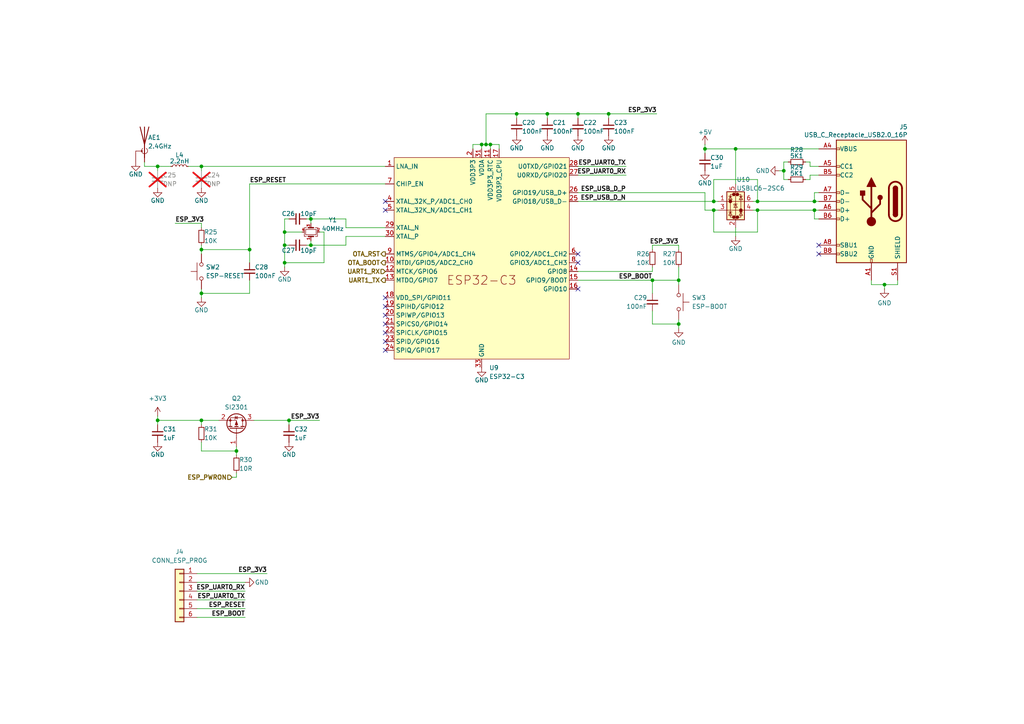
<source format=kicad_sch>
(kicad_sch (version 20231120) (generator "eeschema") (generator_version "8.0")
  (paper "A4")
  (lib_symbols
    (symbol "Connector:USB_C_Receptacle_USB2.0_16P" (pin_names (offset 1.016))
      (property "Reference" "J" (at 0 22.225 0))
      (property "Value" "USB_C_Receptacle_USB2.0_16P" (at 0 19.685 0))
      (symbol "USB_C_Receptacle_USB2.0_16P_0_0"
        (rectangle (start -0.254 -17.78) (end 0.254 -16.764))
        (rectangle (start 10.16 -14.986) (end 9.144 -15.494))
        (rectangle (start 10.16 -12.446) (end 9.144 -12.954))
        (rectangle (start 10.16 -4.826) (end 9.144 -5.334))
        (rectangle (start 10.16 -2.286) (end 9.144 -2.794))
        (rectangle (start 10.16 0.254) (end 9.144 -0.254))
        (rectangle (start 10.16 2.794) (end 9.144 2.286))
        (rectangle (start 10.16 7.874) (end 9.144 7.366))
        (rectangle (start 10.16 10.414) (end 9.144 9.906))
        (rectangle (start 10.16 15.494) (end 9.144 14.986))
      )
      (symbol "USB_C_Receptacle_USB2.0_16P_0_1"
        (rectangle (start -10.16 17.78) (end 10.16 -17.78) (stroke (width 0.254)) (fill (type background)))
        (arc (start -8.89 -3.81) (mid -6.985 -5.7067) (end -5.08 -3.81) (stroke (width 0.508)))
        (arc (start -7.62 -3.81) (mid -6.985 -4.4423) (end -6.35 -3.81) (stroke (width 0.254)))
        (arc (start -7.62 -3.81) (mid -6.985 -4.4423) (end -6.35 -3.81) (stroke (width 0.254)) (fill (type outline)))
        (rectangle (start -7.62 -3.81) (end -6.35 3.81) (stroke (width 0.254)) (fill (type outline)))
        (arc (start -6.35 3.81) (mid -6.985 4.4423) (end -7.62 3.81) (stroke (width 0.254)))
        (arc (start -6.35 3.81) (mid -6.985 4.4423) (end -7.62 3.81) (stroke (width 0.254)) (fill (type outline)))
        (arc (start -5.08 3.81) (mid -6.985 5.7067) (end -8.89 3.81) (stroke (width 0.508)))
        (circle (center -2.54 1.143) (radius 0.635) (stroke (width 0.254)) (fill (type outline)))
        (circle (center 0 -5.842) (radius 1.27) (fill (type outline)))
        (polyline (pts (xy -8.89 -3.81) (xy -8.89 3.81)) (stroke (width 0.508)))
        (polyline (pts (xy -5.08 3.81) (xy -5.08 -3.81)) (stroke (width 0.508)))
        (polyline (pts (xy 0 -5.842) (xy 0 4.318)) (stroke (width 0.508)))
        (polyline (pts (xy 0 -3.302) (xy -2.54 -0.762) (xy -2.54 0.508)) (stroke (width 0.508)))
        (polyline (pts (xy 0 -2.032) (xy 2.54 0.508) (xy 2.54 1.778)) (stroke (width 0.508)))
        (polyline (pts (xy -1.27 4.318) (xy 0 6.858) (xy 1.27 4.318) (xy -1.27 4.318)) (stroke (width 0.254)) (fill (type outline)))
        (rectangle (start 1.905 1.778) (end 3.175 3.048) (stroke (width 0.254)) (fill (type outline)))
      )
      (symbol "USB_C_Receptacle_USB2.0_16P_1_1"
        (pin passive line (at 0 -22.86 90) (length 5.08) (name "GND") (number "A1"))
        (pin passive line (at 0 -22.86 90) (length 5.08) hide (name "GND") (number "A12"))
        (pin passive line (at 15.24 15.24 180) (length 5.08) (name "VBUS") (number "A4"))
        (pin bidirectional line (at 15.24 10.16 180) (length 5.08) (name "CC1") (number "A5"))
        (pin bidirectional line (at 15.24 -2.54 180) (length 5.08) (name "D+") (number "A6"))
        (pin bidirectional line (at 15.24 2.54 180) (length 5.08) (name "D-") (number "A7"))
        (pin bidirectional line (at 15.24 -12.7 180) (length 5.08) (name "SBU1") (number "A8"))
        (pin passive line (at 15.24 15.24 180) (length 5.08) hide (name "VBUS") (number "A9"))
        (pin passive line (at 0 -22.86 90) (length 5.08) hide (name "GND") (number "B1"))
        (pin passive line (at 0 -22.86 90) (length 5.08) hide (name "GND") (number "B12"))
        (pin passive line (at 15.24 15.24 180) (length 5.08) hide (name "VBUS") (number "B4"))
        (pin bidirectional line (at 15.24 7.62 180) (length 5.08) (name "CC2") (number "B5"))
        (pin bidirectional line (at 15.24 -5.08 180) (length 5.08) (name "D+") (number "B6"))
        (pin bidirectional line (at 15.24 0 180) (length 5.08) (name "D-") (number "B7"))
        (pin bidirectional line (at 15.24 -15.24 180) (length 5.08) (name "SBU2") (number "B8"))
        (pin passive line (at 15.24 15.24 180) (length 5.08) hide (name "VBUS") (number "B9"))
        (pin passive line (at -7.62 -22.86 90) (length 5.08) (name "SHIELD") (number "S1"))
      )
    )
    (symbol "Connector_Generic:Conn_01x06" (pin_names (offset 1.016) hide)
      (property "Reference" "J" (at 0 7.62 0))
      (property "Value" "Conn_01x06" (at 0 -10.16 0))
      (symbol "Conn_01x06_1_1"
        (rectangle (start -1.27 -7.493) (end 0 -7.747) (stroke (width 0.1524)))
        (rectangle (start -1.27 -4.953) (end 0 -5.207) (stroke (width 0.1524)))
        (rectangle (start -1.27 -2.413) (end 0 -2.667) (stroke (width 0.1524)))
        (rectangle (start -1.27 0.127) (end 0 -0.127) (stroke (width 0.1524)))
        (rectangle (start -1.27 2.667) (end 0 2.413) (stroke (width 0.1524)))
        (rectangle (start -1.27 5.207) (end 0 4.953) (stroke (width 0.1524)))
        (rectangle (start -1.27 6.35) (end 1.27 -8.89) (stroke (width 0.254)) (fill (type background)))
        (pin passive line (at -5.08 5.08 0) (length 3.81) (name "Pin_1") (number "1"))
        (pin passive line (at -5.08 2.54 0) (length 3.81) (name "Pin_2") (number "2"))
        (pin passive line (at -5.08 0 0) (length 3.81) (name "Pin_3") (number "3"))
        (pin passive line (at -5.08 -2.54 0) (length 3.81) (name "Pin_4") (number "4"))
        (pin passive line (at -5.08 -5.08 0) (length 3.81) (name "Pin_5") (number "5"))
        (pin passive line (at -5.08 -7.62 0) (length 3.81) (name "Pin_6") (number "6"))
      )
    )
    (symbol "Device:Antenna_Shield" (pin_numbers hide) (pin_names (offset 1.016) hide)
      (property "Reference" "AE" (at -1.905 4.445 0))
      (property "Value" "Antenna_Shield" (at -1.905 2.54 0))
      (symbol "Antenna_Shield_0_1"
        (arc (start -0.508 -1.143) (mid -0.8429 -2.1194) (end 0 -2.667))
        (arc (start 0 -2.667) (mid 0.7989 -2.1052) (end 0.508 -1.143))
        (polyline (pts (xy 0 -2.54) (xy 0 0)))
        (polyline (pts (xy 0 5.08) (xy 0 -3.81)) (stroke (width 0.254)))
        (polyline (pts (xy 0.762 -1.905) (xy 2.54 -1.905)))
        (polyline (pts (xy 2.54 -2.54) (xy 2.54 -1.905)))
        (polyline (pts (xy 1.27 5.08) (xy 0 0) (xy -1.27 5.08)) (stroke (width 0.254)))
        (circle (center 0.762 -1.905) (radius 0.1778) (fill (type outline)))
      )
      (symbol "Antenna_Shield_1_1"
        (pin input line (at 0 -5.08 90) (length 2.54) (name "A") (number "1"))
        (pin input line (at 2.54 -5.08 90) (length 2.54) (name "Shield") (number "2"))
      )
    )
    (symbol "Device:C_Small" (pin_numbers hide) (pin_names (offset 0.254) hide)
      (property "Reference" "C" (at 0.254 1.778 0))
      (property "Value" "C_Small" (at 0.254 -2.032 0))
      (symbol "C_Small_0_1"
        (polyline (pts (xy -1.524 -0.508) (xy 1.524 -0.508)) (stroke (width 0.3302)))
        (polyline (pts (xy -1.524 0.508) (xy 1.524 0.508)) (stroke (width 0.3048)))
      )
      (symbol "C_Small_1_1"
        (pin passive line (at 0 2.54 270) (length 2.032) (name "~") (number "1"))
        (pin passive line (at 0 -2.54 90) (length 2.032) (name "~") (number "2"))
      )
    )
    (symbol "Device:Crystal_GND24_Small" (pin_names (offset 1.016) hide)
      (property "Reference" "Y" (at 1.27 4.445 0))
      (property "Value" "Crystal_GND24_Small" (at 1.27 2.54 0))
      (symbol "Crystal_GND24_Small_0_1"
        (rectangle (start -0.762 -1.524) (end 0.762 1.524))
        (polyline (pts (xy -1.27 -0.762) (xy -1.27 0.762)) (stroke (width 0.381)))
        (polyline (pts (xy 1.27 -0.762) (xy 1.27 0.762)) (stroke (width 0.381)))
        (polyline (pts (xy -1.27 -1.27) (xy -1.27 -1.905) (xy 1.27 -1.905) (xy 1.27 -1.27)))
        (polyline (pts (xy -1.27 1.27) (xy -1.27 1.905) (xy 1.27 1.905) (xy 1.27 1.27)))
      )
      (symbol "Crystal_GND24_Small_1_1"
        (pin passive line (at -2.54 0 0) (length 1.27) (name "1") (number "1"))
        (pin passive line (at 0 -2.54 90) (length 0.635) (name "2") (number "2"))
        (pin passive line (at 2.54 0 180) (length 1.27) (name "3") (number "3"))
        (pin passive line (at 0 2.54 270) (length 0.635) (name "4") (number "4"))
      )
    )
    (symbol "Device:L_Small" (pin_numbers hide) (pin_names (offset 0.254) hide)
      (property "Reference" "L" (at 0.762 1.016 0))
      (property "Value" "L_Small" (at 0.762 -1.016 0))
      (symbol "L_Small_0_1"
        (arc (start 0 -2.032) (mid 0.5058 -1.524) (end 0 -1.016))
        (arc (start 0 -1.016) (mid 0.5058 -0.508) (end 0 0))
        (arc (start 0 0) (mid 0.5058 0.508) (end 0 1.016))
        (arc (start 0 1.016) (mid 0.5058 1.524) (end 0 2.032))
      )
      (symbol "L_Small_1_1"
        (pin passive line (at 0 2.54 270) (length 0.508) (name "~") (number "1"))
        (pin passive line (at 0 -2.54 90) (length 0.508) (name "~") (number "2"))
      )
    )
    (symbol "Device:R_Small" (pin_numbers hide) (pin_names (offset 0.254) hide)
      (property "Reference" "R" (at 0.762 0.508 0))
      (property "Value" "R_Small" (at 0.762 -1.016 0))
      (symbol "R_Small_0_1"
        (rectangle (start -0.762 1.778) (end 0.762 -1.778) (stroke (width 0.2032)))
      )
      (symbol "R_Small_1_1"
        (pin passive line (at 0 2.54 270) (length 0.762) (name "~") (number "1"))
        (pin passive line (at 0 -2.54 90) (length 0.762) (name "~") (number "2"))
      )
    )
    (symbol "Libraries:ESP32-C3"
      (property "Reference" "U" (at -25.4 35.56 0))
      (property "Value" "ESP32-C3" (at -25.4 33.02 0))
      (symbol "ESP32-C3_0_0"
        (text "ESP32-C3" (at 0 -5.08 0) (effects (font (size 2.54 2.54))))
        (pin bidirectional line (at -27.94 27.94 0) (length 2.54) (name "LNA_IN") (number "1"))
        (pin bidirectional line (at -27.94 0 0) (length 2.54) (name "MTDI/GPIO5/ADC2_CH0") (number "10"))
        (pin power_in line (at 2.54 33.02 270) (length 2.54) (name "VDD3P3_RTC") (number "11"))
        (pin bidirectional line (at -27.94 -2.54 0) (length 2.54) (name "MTCK/GPIO6") (number "12"))
        (pin bidirectional line (at -27.94 -5.08 0) (length 2.54) (name "MTDO/GPIO7") (number "13"))
        (pin bidirectional line (at 27.94 -2.54 180) (length 2.54) (name "GPIO8") (number "14"))
        (pin bidirectional line (at 27.94 -5.08 180) (length 2.54) (name "GPIO9/BOOT") (number "15"))
        (pin bidirectional line (at 27.94 -7.62 180) (length 2.54) (name "GPIO10") (number "16"))
        (pin power_in line (at 5.08 33.02 270) (length 2.54) (name "VDD3P3_CPU") (number "17"))
        (pin bidirectional line (at -27.94 -10.16 0) (length 2.54) (name "VDD_SPI/GPIO11") (number "18"))
        (pin bidirectional line (at -27.94 -12.7 0) (length 2.54) (name "SPIHD/GPIO12") (number "19"))
        (pin power_in line (at -2.54 33.02 270) (length 2.54) (name "VDD3P3") (number "2"))
        (pin bidirectional line (at -27.94 -15.24 0) (length 2.54) (name "SPIWP/GPIO13") (number "20"))
        (pin bidirectional line (at -27.94 -17.78 0) (length 2.54) (name "SPICS0/GPIO14") (number "21"))
        (pin bidirectional line (at -27.94 -20.32 0) (length 2.54) (name "SPICLK/GPIO15") (number "22"))
        (pin bidirectional line (at -27.94 -22.86 0) (length 2.54) (name "SPID/GPIO16") (number "23"))
        (pin bidirectional line (at -27.94 -25.4 0) (length 2.54) (name "SPIQ/GPIO17") (number "24"))
        (pin bidirectional line (at 27.94 17.78 180) (length 2.54) (name "GPIO18/USB_D-") (number "25"))
        (pin bidirectional line (at 27.94 20.32 180) (length 2.54) (name "GPIO19/USB_D+") (number "26"))
        (pin bidirectional line (at 27.94 25.4 180) (length 2.54) (name "U0RXD/GPIO20") (number "27"))
        (pin bidirectional line (at 27.94 27.94 180) (length 2.54) (name "U0TXD/GPIO21") (number "28"))
        (pin output line (at -27.94 10.16 0) (length 2.54) (name "XTAL_N") (number "29"))
        (pin input line (at -27.94 7.62 0) (length 2.54) (name "XTAL_P") (number "30"))
        (pin power_in line (at 0 33.02 270) (length 2.54) (name "VDDA") (number "31"))
        (pin power_in line (at 0 -30.48 90) (length 2.54) (name "GND") (number "33"))
        (pin output line (at -27.94 17.78 0) (length 2.54) (name "XTAL_32K_P/ADC1_CH0") (number "4"))
        (pin input line (at -27.94 15.24 0) (length 2.54) (name "XTAL_32K_N/ADC1_CH1") (number "5"))
        (pin bidirectional line (at 27.94 2.54 180) (length 2.54) (name "GPIO2/ADC1_CH2") (number "6"))
        (pin input line (at -27.94 22.86 0) (length 2.54) (name "CHIP_EN") (number "7"))
        (pin bidirectional line (at 27.94 0 180) (length 2.54) (name "GPIO3/ADC1_CH3") (number "8"))
        (pin bidirectional line (at -27.94 2.54 0) (length 2.54) (name "MTMS/GPIO4/ADC1_CH4") (number "9"))
      )
      (symbol "ESP32-C3_0_1"
        (rectangle (start -25.4 30.48) (end 25.4 -27.94) (fill (type background)))
        (pin passive line (at -2.54 33.02 270) (length 2.54) hide (name "VDD3P3") (number "3"))
        (pin passive line (at 0 33.02 270) (length 2.54) hide (name "VDDA") (number "32"))
      )
    )
    (symbol "Power_Protection:USBLC6-2SC6" (pin_names hide)
      (property "Reference" "U" (at 0.635 5.715 0))
      (property "Value" "USBLC6-2SC6" (at 0.635 3.81 0))
      (symbol "USBLC6-2SC6_0_0"
        (circle (center -1.524 0) (radius 0.0001) (stroke (width 0.508)))
        (circle (center -0.508 -4.572) (radius 0.0001) (stroke (width 0.508)))
        (circle (center -0.508 2.032) (radius 0.0001) (stroke (width 0.508)))
        (circle (center 0.508 -4.572) (radius 0.0001) (stroke (width 0.508)))
        (circle (center 0.508 2.032) (radius 0.0001) (stroke (width 0.508)))
        (circle (center 1.524 -2.54) (radius 0.0001) (stroke (width 0.508)))
      )
      (symbol "USBLC6-2SC6_0_1"
        (polyline (pts (xy -2.54 -2.54) (xy 2.54 -2.54)))
        (polyline (pts (xy -2.54 0) (xy 2.54 0)))
        (polyline (pts (xy -2.032 -3.048) (xy -1.016 -3.048)))
        (polyline (pts (xy -1.016 1.524) (xy -2.032 1.524)))
        (polyline (pts (xy 1.016 -3.048) (xy 2.032 -3.048)))
        (polyline (pts (xy 1.016 1.524) (xy 2.032 1.524)))
        (polyline (pts (xy -0.508 -1.143) (xy -0.508 -0.762) (xy 0.508 -0.762)))
        (polyline (pts (xy -2.032 0.508) (xy -1.016 0.508) (xy -1.524 1.524) (xy -2.032 0.508)))
        (polyline (pts (xy -1.016 -4.064) (xy -2.032 -4.064) (xy -1.524 -3.048) (xy -1.016 -4.064)))
        (polyline (pts (xy 0.508 -1.778) (xy -0.508 -1.778) (xy 0 -0.762) (xy 0.508 -1.778)))
        (polyline (pts (xy 2.032 -4.064) (xy 1.016 -4.064) (xy 1.524 -3.048) (xy 2.032 -4.064)))
        (polyline (pts (xy 2.032 0.508) (xy 1.016 0.508) (xy 1.524 1.524) (xy 2.032 0.508)))
        (polyline (pts (xy 0 2.54) (xy -0.508 2.032) (xy 0.508 2.032) (xy 0 1.524) (xy 0 -4.064) (xy -0.508 -4.572) (xy 0.508 -4.572) (xy 0 -5.08)))
      )
      (symbol "USBLC6-2SC6_1_1"
        (rectangle (start -2.54 2.794) (end 2.54 -5.334) (stroke (width 0.254)) (fill (type background)))
        (polyline (pts (xy -0.508 2.032) (xy -1.524 2.032) (xy -1.524 -4.572) (xy -0.508 -4.572)))
        (polyline (pts (xy 0.508 -4.572) (xy 1.524 -4.572) (xy 1.524 2.032) (xy 0.508 2.032)))
        (pin passive line (at -5.08 0 0) (length 2.54) (name "I/O1") (number "1"))
        (pin passive line (at 0 -7.62 90) (length 2.54) (name "GND") (number "2"))
        (pin passive line (at -5.08 -2.54 0) (length 2.54) (name "I/O2") (number "3"))
        (pin passive line (at 5.08 -2.54 180) (length 2.54) (name "I/O2") (number "4"))
        (pin passive line (at 0 5.08 270) (length 2.54) (name "VBUS") (number "5"))
        (pin passive line (at 5.08 0 180) (length 2.54) (name "I/O1") (number "6"))
      )
    )
    (symbol "Switch:SW_Push" (pin_numbers hide) (pin_names (offset 1.016) hide)
      (property "Reference" "SW" (at 1.27 2.54 0))
      (property "Value" "SW_Push" (at 0 -1.524 0))
      (symbol "SW_Push_0_1"
        (circle (center -2.032 0) (radius 0.508))
        (polyline (pts (xy 0 1.27) (xy 0 3.048)))
        (polyline (pts (xy 2.54 1.27) (xy -2.54 1.27)))
        (circle (center 2.032 0) (radius 0.508))
        (pin passive line (at -5.08 0 0) (length 2.54) (name "1") (number "1"))
        (pin passive line (at 5.08 0 180) (length 2.54) (name "2") (number "2"))
      )
    )
    (symbol "Transistor_FET:AO3401A" (pin_names hide)
      (property "Reference" "Q" (at 5.08 1.905 0))
      (property "Value" "AO3401A" (at 5.08 0 0))
      (symbol "AO3401A_0_1"
        (polyline (pts (xy 0.254 0) (xy -2.54 0)))
        (polyline (pts (xy 0.254 1.905) (xy 0.254 -1.905)) (stroke (width 0.254)))
        (polyline (pts (xy 0.762 -1.27) (xy 0.762 -2.286)) (stroke (width 0.254)))
        (polyline (pts (xy 0.762 0.508) (xy 0.762 -0.508)) (stroke (width 0.254)))
        (polyline (pts (xy 0.762 2.286) (xy 0.762 1.27)) (stroke (width 0.254)))
        (polyline (pts (xy 2.54 2.54) (xy 2.54 1.778)))
        (polyline (pts (xy 2.54 -2.54) (xy 2.54 0) (xy 0.762 0)))
        (polyline (pts (xy 0.762 1.778) (xy 3.302 1.778) (xy 3.302 -1.778) (xy 0.762 -1.778)))
        (polyline (pts (xy 2.286 0) (xy 1.27 0.381) (xy 1.27 -0.381) (xy 2.286 0)) (fill (type outline)))
        (polyline (pts (xy 2.794 -0.508) (xy 2.921 -0.381) (xy 3.683 -0.381) (xy 3.81 -0.254)))
        (polyline (pts (xy 3.302 -0.381) (xy 2.921 0.254) (xy 3.683 0.254) (xy 3.302 -0.381)))
        (circle (center 1.651 0) (radius 2.794) (stroke (width 0.254)))
        (circle (center 2.54 -1.778) (radius 0.254) (fill (type outline)))
        (circle (center 2.54 1.778) (radius 0.254) (fill (type outline)))
      )
      (symbol "AO3401A_1_1"
        (pin input line (at -5.08 0 0) (length 2.54) (name "G") (number "1"))
        (pin passive line (at 2.54 -5.08 90) (length 2.54) (name "S") (number "2"))
        (pin passive line (at 2.54 5.08 270) (length 2.54) (name "D") (number "3"))
      )
    )
    (symbol "power:+3V3" (power) (pin_numbers hide) (pin_names (offset 0) hide)
      (property "Value" "+3V3" (at 0 3.556 0))
      (symbol "+3V3_0_1"
        (polyline (pts (xy -0.762 1.27) (xy 0 2.54)))
        (polyline (pts (xy 0 0) (xy 0 2.54)))
        (polyline (pts (xy 0 2.54) (xy 0.762 1.27)))
      )
      (symbol "+3V3_1_1"
        (pin power_in line (at 0 0 90) (length 0) (name "~") (number "1"))
      )
    )
    (symbol "power:+5V" (power) (pin_numbers hide) (pin_names (offset 0) hide)
      (property "Value" "+5V" (at 0 3.556 0))
      (symbol "+5V_0_1"
        (polyline (pts (xy -0.762 1.27) (xy 0 2.54)))
        (polyline (pts (xy 0 0) (xy 0 2.54)))
        (polyline (pts (xy 0 2.54) (xy 0.762 1.27)))
      )
      (symbol "+5V_1_1"
        (pin power_in line (at 0 0 90) (length 0) (name "~") (number "1"))
      )
    )
    (symbol "power:GND" (power) (pin_numbers hide) (pin_names (offset 0) hide)
      (property "Value" "GND" (at 0 -3.81 0))
      (symbol "GND_0_1"
        (polyline (pts (xy 0 0) (xy 0 -1.27) (xy 1.27 -1.27) (xy 0 -2.54) (xy -1.27 -1.27) (xy 0 -1.27)))
      )
      (symbol "GND_1_1"
        (pin power_in line (at 0 0 270) (length 0) (name "~") (number "1"))
      )
    )
  )
  (junction (at 167.64 33.02))
  (junction (at 140.97 41.91))
  (junction (at 82.55 71.12))
  (junction (at 90.17 71.12))
  (junction (at 213.36 43.18))
  (junction (at 196.85 81.28))
  (junction (at 149.86 33.02))
  (junction (at 83.82 121.92))
  (junction (at 82.55 67.31))
  (junction (at 207.01 60.96))
  (junction (at 72.39 72.39))
  (junction (at 58.42 85.09))
  (junction (at 227.33 49.53))
  (junction (at 219.71 58.42))
  (junction (at 204.47 43.18))
  (junction (at 236.22 58.42))
  (junction (at 82.55 76.2))
  (junction (at 236.22 60.96))
  (junction (at 189.23 81.28))
  (junction (at 158.75 33.02))
  (junction (at 219.71 60.96))
  (junction (at 58.42 121.92))
  (junction (at 196.85 93.98))
  (junction (at 45.72 48.26))
  (junction (at 58.42 48.26))
  (junction (at 176.53 33.02))
  (junction (at 45.72 121.92))
  (junction (at 207.01 58.42))
  (junction (at 58.42 72.39))
  (junction (at 142.24 41.91))
  (junction (at 68.58 130.81))
  (junction (at 139.7 41.91))
  (junction (at 90.17 63.5))
  (junction (at 256.54 82.55))
  (no_connect (at 167.64 83.82))
  (no_connect (at 167.64 76.2))
  (no_connect (at 167.64 73.66))
  (no_connect (at 111.76 91.44))
  (no_connect (at 111.76 99.06))
  (no_connect (at 111.76 86.36))
  (no_connect (at 111.76 58.42))
  (no_connect (at 111.76 60.96))
  (no_connect (at 237.49 73.66))
  (no_connect (at 237.49 71.12))
  (no_connect (at 111.76 88.9))
  (no_connect (at 111.76 93.98))
  (no_connect (at 111.76 96.52))
  (no_connect (at 111.76 101.6))
  (wire (pts (xy 58.42 72.39) (xy 72.39 72.39)))
  (wire (pts (xy 58.42 85.09) (xy 72.39 85.09)))
  (wire (pts (xy 68.58 130.81) (xy 68.58 129.54)))
  (wire (pts (xy 72.39 53.34) (xy 72.39 72.39)))
  (wire (pts (xy 58.42 48.26) (xy 111.76 48.26)))
  (wire (pts (xy 207.01 60.96) (xy 207.01 67.31)))
  (wire (pts (xy 93.98 76.2) (xy 82.55 76.2)))
  (wire (pts (xy 227.33 46.99) (xy 228.6 46.99)))
  (wire (pts (xy 83.82 121.92) (xy 83.82 123.19)))
  (wire (pts (xy 218.44 60.96) (xy 219.71 60.96)))
  (wire (pts (xy 100.33 66.04) (xy 100.33 63.5)))
  (wire (pts (xy 72.39 81.28) (xy 72.39 85.09)))
  (wire (pts (xy 58.42 121.92) (xy 58.42 123.19)))
  (wire (pts (xy 252.73 82.55) (xy 256.54 82.55)))
  (wire (pts (xy 226.06 49.53) (xy 227.33 49.53)))
  (wire (pts (xy 189.23 90.17) (xy 189.23 93.98)))
  (wire (pts (xy 204.47 43.18) (xy 204.47 44.45)))
  (wire (pts (xy 204.47 60.96) (xy 207.01 60.96)))
  (wire (pts (xy 149.86 33.02) (xy 140.97 33.02)))
  (wire (pts (xy 167.64 58.42) (xy 207.01 58.42)))
  (wire (pts (xy 142.24 41.91) (xy 140.97 41.91)))
  (wire (pts (xy 213.36 68.58) (xy 213.36 66.04)))
  (wire (pts (xy 71.12 173.99) (xy 57.15 173.99)))
  (wire (pts (xy 144.78 41.91) (xy 142.24 41.91)))
  (wire (pts (xy 82.55 67.31) (xy 82.55 63.5)))
  (wire (pts (xy 82.55 77.47) (xy 82.55 76.2)))
  (wire (pts (xy 68.58 138.43) (xy 68.58 137.16)))
  (wire (pts (xy 82.55 76.2) (xy 82.55 71.12)))
  (wire (pts (xy 236.22 63.5) (xy 237.49 63.5)))
  (wire (pts (xy 58.42 71.12) (xy 58.42 72.39)))
  (wire (pts (xy 50.8 64.77) (xy 58.42 64.77)))
  (wire (pts (xy 45.72 121.92) (xy 58.42 121.92)))
  (wire (pts (xy 207.01 52.07) (xy 219.71 52.07)))
  (wire (pts (xy 58.42 73.66) (xy 58.42 72.39)))
  (wire (pts (xy 219.71 60.96) (xy 236.22 60.96)))
  (wire (pts (xy 149.86 33.02) (xy 149.86 34.29)))
  (wire (pts (xy 176.53 34.29) (xy 176.53 33.02)))
  (wire (pts (xy 196.85 71.12) (xy 196.85 72.39)))
  (wire (pts (xy 88.9 63.5) (xy 90.17 63.5)))
  (wire (pts (xy 189.23 77.47) (xy 189.23 78.74)))
  (wire (pts (xy 90.17 63.5) (xy 90.17 64.77)))
  (wire (pts (xy 236.22 58.42) (xy 236.22 55.88)))
  (wire (pts (xy 196.85 82.55) (xy 196.85 81.28)))
  (wire (pts (xy 236.22 60.96) (xy 236.22 63.5)))
  (wire (pts (xy 140.97 41.91) (xy 139.7 41.91)))
  (wire (pts (xy 213.36 43.18) (xy 204.47 43.18)))
  (wire (pts (xy 196.85 93.98) (xy 196.85 95.25)))
  (wire (pts (xy 196.85 77.47) (xy 196.85 81.28)))
  (wire (pts (xy 237.49 43.18) (xy 213.36 43.18)))
  (wire (pts (xy 234.95 50.8) (xy 234.95 52.07)))
  (wire (pts (xy 58.42 128.27) (xy 58.42 130.81)))
  (wire (pts (xy 93.98 67.31) (xy 93.98 76.2)))
  (wire (pts (xy 234.95 52.07) (xy 233.68 52.07)))
  (wire (pts (xy 167.64 48.26) (xy 181.61 48.26)))
  (wire (pts (xy 256.54 82.55) (xy 256.54 83.82)))
  (wire (pts (xy 82.55 63.5) (xy 83.82 63.5)))
  (wire (pts (xy 92.71 67.31) (xy 93.98 67.31)))
  (wire (pts (xy 189.23 81.28) (xy 189.23 85.09)))
  (wire (pts (xy 68.58 130.81) (xy 68.58 132.08)))
  (wire (pts (xy 167.64 78.74) (xy 189.23 78.74)))
  (wire (pts (xy 83.82 121.92) (xy 73.66 121.92)))
  (wire (pts (xy 158.75 33.02) (xy 158.75 34.29)))
  (wire (pts (xy 58.42 83.82) (xy 58.42 85.09)))
  (wire (pts (xy 71.12 168.91) (xy 57.15 168.91)))
  (wire (pts (xy 71.12 176.53) (xy 57.15 176.53)))
  (wire (pts (xy 204.47 41.91) (xy 204.47 43.18)))
  (wire (pts (xy 256.54 82.55) (xy 260.35 82.55)))
  (wire (pts (xy 41.91 48.26) (xy 45.72 48.26)))
  (wire (pts (xy 92.71 121.92) (xy 83.82 121.92)))
  (wire (pts (xy 88.9 71.12) (xy 90.17 71.12)))
  (wire (pts (xy 218.44 58.42) (xy 219.71 58.42)))
  (wire (pts (xy 252.73 81.28) (xy 252.73 82.55)))
  (wire (pts (xy 58.42 121.92) (xy 63.5 121.92)))
  (wire (pts (xy 140.97 33.02) (xy 140.97 41.91)))
  (wire (pts (xy 45.72 121.92) (xy 45.72 123.19)))
  (wire (pts (xy 58.42 85.09) (xy 58.42 86.36)))
  (wire (pts (xy 49.53 48.26) (xy 45.72 48.26)))
  (wire (pts (xy 58.42 64.77) (xy 58.42 66.04)))
  (wire (pts (xy 167.64 55.88) (xy 204.47 55.88)))
  (wire (pts (xy 219.71 67.31) (xy 219.71 60.96)))
  (wire (pts (xy 41.91 46.99) (xy 41.91 48.26)))
  (wire (pts (xy 219.71 58.42) (xy 236.22 58.42)))
  (wire (pts (xy 100.33 68.58) (xy 100.33 71.12)))
  (wire (pts (xy 237.49 58.42) (xy 236.22 58.42)))
  (wire (pts (xy 45.72 48.26) (xy 45.72 49.53)))
  (wire (pts (xy 237.49 50.8) (xy 234.95 50.8)))
  (wire (pts (xy 58.42 48.26) (xy 54.61 48.26)))
  (wire (pts (xy 58.42 49.53) (xy 58.42 48.26)))
  (wire (pts (xy 176.53 33.02) (xy 167.64 33.02)))
  (wire (pts (xy 71.12 179.07) (xy 57.15 179.07)))
  (wire (pts (xy 196.85 93.98) (xy 189.23 93.98)))
  (wire (pts (xy 100.33 63.5) (xy 90.17 63.5)))
  (wire (pts (xy 189.23 81.28) (xy 196.85 81.28)))
  (wire (pts (xy 167.64 50.8) (xy 181.61 50.8)))
  (wire (pts (xy 176.53 33.02) (xy 190.5 33.02)))
  (wire (pts (xy 158.75 33.02) (xy 149.86 33.02)))
  (wire (pts (xy 111.76 68.58) (xy 100.33 68.58)))
  (wire (pts (xy 204.47 55.88) (xy 204.47 60.96)))
  (wire (pts (xy 58.42 130.81) (xy 68.58 130.81)))
  (wire (pts (xy 189.23 71.12) (xy 189.23 72.39)))
  (wire (pts (xy 137.16 43.18) (xy 137.16 41.91)))
  (wire (pts (xy 144.78 43.18) (xy 144.78 41.91)))
  (wire (pts (xy 72.39 53.34) (xy 111.76 53.34)))
  (wire (pts (xy 71.12 171.45) (xy 57.15 171.45)))
  (wire (pts (xy 67.31 138.43) (xy 68.58 138.43)))
  (wire (pts (xy 77.47 166.37) (xy 57.15 166.37)))
  (wire (pts (xy 167.64 33.02) (xy 158.75 33.02)))
  (wire (pts (xy 111.76 66.04) (xy 100.33 66.04)))
  (wire (pts (xy 234.95 48.26) (xy 234.95 46.99)))
  (wire (pts (xy 219.71 52.07) (xy 219.71 58.42)))
  (wire (pts (xy 207.01 67.31) (xy 219.71 67.31)))
  (wire (pts (xy 142.24 41.91) (xy 142.24 43.18)))
  (wire (pts (xy 208.28 60.96) (xy 207.01 60.96)))
  (wire (pts (xy 237.49 48.26) (xy 234.95 48.26)))
  (wire (pts (xy 196.85 92.71) (xy 196.85 93.98)))
  (wire (pts (xy 139.7 41.91) (xy 139.7 43.18)))
  (wire (pts (xy 207.01 58.42) (xy 207.01 52.07)))
  (wire (pts (xy 208.28 58.42) (xy 207.01 58.42)))
  (wire (pts (xy 100.33 71.12) (xy 90.17 71.12)))
  (wire (pts (xy 82.55 67.31) (xy 87.63 67.31)))
  (wire (pts (xy 45.72 120.65) (xy 45.72 121.92)))
  (wire (pts (xy 237.49 60.96) (xy 236.22 60.96)))
  (wire (pts (xy 137.16 41.91) (xy 139.7 41.91)))
  (wire (pts (xy 72.39 72.39) (xy 72.39 76.2)))
  (wire (pts (xy 227.33 52.07) (xy 227.33 49.53)))
  (wire (pts (xy 82.55 67.31) (xy 82.55 71.12)))
  (wire (pts (xy 83.82 71.12) (xy 82.55 71.12)))
  (wire (pts (xy 213.36 43.18) (xy 213.36 53.34)))
  (wire (pts (xy 236.22 55.88) (xy 237.49 55.88)))
  (wire (pts (xy 228.6 52.07) (xy 227.33 52.07)))
  (wire (pts (xy 167.64 33.02) (xy 167.64 34.29)))
  (wire (pts (xy 234.95 46.99) (xy 233.68 46.99)))
  (wire (pts (xy 260.35 82.55) (xy 260.35 81.28)))
  (wire (pts (xy 196.85 71.12) (xy 189.23 71.12)))
  (wire (pts (xy 90.17 71.12) (xy 90.17 69.85)))
  (wire (pts (xy 167.64 81.28) (xy 189.23 81.28)))
  (wire (pts (xy 227.33 49.53) (xy 227.33 46.99)))
  (label "ESP_UART0_RX" (at 181.61 50.8 180) (effects (font (bold yes))))
  (label "ESP_BOOT" (at 71.12 179.07 180) (effects (font (bold yes))))
  (label "ESP_UART0_TX" (at 71.12 173.99 180) (effects (font (bold yes))))
  (label "ESP_3V3" (at 190.5 33.02 180) (effects (font (bold yes))))
  (label "ESP_3V3" (at 92.71 121.92 180) (effects (font (bold yes))))
  (label "ESP_BOOT" (at 189.23 81.28 180) (effects (font (bold yes))))
  (label "ESP_USB_D_N" (at 181.61 58.42 180) (effects (font (bold yes))))
  (label "ESP_USB_D_P" (at 181.61 55.88 180) (effects (font (bold yes))))
  (label "ESP_3V3" (at 50.8 64.77 0) (effects (font (bold yes))))
  (label "ESP_RESET" (at 71.12 176.53 180) (effects (font (bold yes))))
  (label "ESP_UART0_RX" (at 71.12 171.45 180) (effects (font (bold yes))))
  (label "ESP_3V3" (at 196.85 71.12 180) (effects (font (bold yes))))
  (label "ESP_UART0_TX" (at 181.61 48.26 180) (effects (font (bold yes))))
  (label "ESP_3V3" (at 77.47 166.37 180) (effects (font (bold yes))))
  (label "ESP_RESET" (at 72.39 53.34 0) (effects (font (bold yes))))
  (hierarchical_label "ESP_PWRON" (shape input) (at 67.31 138.43 180) (effects (font (bold yes))))
  (hierarchical_label "UART1_RX" (shape input) (at 111.76 78.74 180) (effects (font (bold yes))))
  (hierarchical_label "UART1_TX" (shape output) (at 111.76 81.28 180) (effects (font (bold yes))))
  (hierarchical_label "OTA_BOOT" (shape output) (at 111.76 76.2 180) (effects (font (bold yes))))
  (hierarchical_label "OTA_RST" (shape output) (at 111.76 73.66 180) (effects (font (bold yes))))
  (symbol (lib_id "Device:R_Small") (at 231.14 52.07 270) (mirror x) (unit 1)
    (property "Reference" "R29" (at 229.108 48.514 90) (effects (justify left)))
    (property "Value" "5K1" (at 229.108 50.292 90) (effects (justify left)))
    (property "Footprint" "Footprints:R_0603" (effects (hide yes)))
    (property "Description" "Resistor, small symbol" (effects (hide yes)))
  )
  (symbol (lib_id "power:GND") (at 204.47 49.53 0) (unit 1)
    (property "Reference" "#PWR064" (effects (hide yes)))
    (property "Value" "GND" (at 204.47 53.086 0))
    (property "Description" "Power symbol creates a global label with name \"GND\" , ground" (effects (hide yes)))
  )
  (symbol (lib_id "power:GND") (at 82.55 77.47 0) (unit 1)
    (property "Reference" "#PWR060" (effects (hide yes)))
    (property "Value" "GND" (at 82.55 81.026 0))
    (property "Description" "Power symbol creates a global label with name \"GND\" , ground" (effects (hide yes)))
  )
  (symbol (lib_id "power:GND") (at 226.06 49.53 270) (unit 1)
    (property "Reference" "#PWR067" (effects (hide yes)))
    (property "Value" "GND" (at 221.234 49.53 90))
    (property "Description" "Power symbol creates a global label with name \"GND\" , ground" (effects (hide yes)))
  )
  (symbol (lib_id "power:+3V3") (at 45.72 120.65 0) (unit 1)
    (property "Reference" "#PWR069" (effects (hide yes)))
    (property "Value" "+3V3" (at 45.72 115.57 0))
    (property "Description" "Power symbol creates a global label with name \"+3V3\"" (effects (hide yes)))
  )
  (symbol (lib_id "power:GND") (at 83.82 128.27 0) (unit 1)
    (property "Reference" "#PWR071" (effects (hide yes)))
    (property "Value" "GND" (at 83.82 131.826 0))
    (property "Description" "Power symbol creates a global label with name \"GND\" , ground" (effects (hide yes)))
  )
  (symbol (lib_id "Switch:SW_Push") (at 58.42 78.74 90) (unit 1)
    (property "Reference" "SW2" (at 59.69 77.4699 90) (effects (justify right)))
    (property "Value" "ESP-RESET" (at 59.69 80.0099 90) (effects (justify right)))
    (property "Footprint" "Footprints:SW_SPST_CK" (effects (hide yes)))
    (property "Description" "Push button switch, generic, two pins" (effects (hide yes)))
  )
  (symbol (lib_id "Device:C_Small") (at 204.47 46.99 0) (unit 1)
    (property "Reference" "C30" (at 205.994 45.72 0) (effects (justify left)))
    (property "Value" "1uF" (at 205.994 48.26 0) (effects (justify left)))
    (property "Footprint" "Footprints:C_0603" (effects (hide yes)))
    (property "Description" "Unpolarized capacitor, small symbol" (effects (hide yes)))
  )
  (symbol (lib_id "Device:R_Small") (at 196.85 74.93 0) (mirror y) (unit 1)
    (property "Reference" "R27" (at 196.088 73.66 0) (effects (justify left)))
    (property "Value" "10K" (at 196.088 76.2 0) (effects (justify left)))
    (property "Footprint" "Footprints:R_0603" (effects (hide yes)))
    (property "Description" "Resistor, small symbol" (effects (hide yes)))
  )
  (symbol (lib_id "Device:R_Small") (at 231.14 46.99 270) (mirror x) (unit 1)
    (property "Reference" "R28" (at 229.108 43.434 90) (effects (justify left)))
    (property "Value" "5K1" (at 229.108 45.212 90) (effects (justify left)))
    (property "Footprint" "Footprints:R_0603" (effects (hide yes)))
    (property "Description" "Resistor, small symbol" (effects (hide yes)))
  )
  (symbol (lib_id "Device:C_Small") (at 45.72 52.07 0) (unit 1) (dnp yes)
    (property "Reference" "C25" (at 47.244 50.8 0) (effects (justify left)))
    (property "Value" "DNP" (at 47.244 53.34 0) (effects (justify left)))
    (property "Footprint" "Footprints:C_0603" (effects (hide yes)))
    (property "Description" "Unpolarized capacitor, small symbol" (effects (hide yes)))
  )
  (symbol (lib_id "Switch:SW_Push") (at 196.85 87.63 270) (mirror x) (unit 1)
    (property "Reference" "SW3" (at 200.66 86.3599 90) (effects (justify left)))
    (property "Value" "ESP-BOOT" (at 200.66 88.8999 90) (effects (justify left)))
    (property "Footprint" "Footprints:SW_SPST_CK" (effects (hide yes)))
    (property "Description" "Push button switch, generic, two pins" (effects (hide yes)))
  )
  (symbol (lib_id "power:+5V") (at 204.47 41.91 0) (unit 1)
    (property "Reference" "#PWR065" (effects (hide yes)))
    (property "Value" "+5V" (at 204.47 38.354 0))
    (property "Description" "Power symbol creates a global label with name \"+5V\"" (effects (hide yes)))
  )
  (symbol (lib_id "Device:R_Small") (at 189.23 74.93 0) (mirror y) (unit 1)
    (property "Reference" "R26" (at 188.468 73.66 0) (effects (justify left)))
    (property "Value" "10K" (at 188.468 76.2 0) (effects (justify left)))
    (property "Footprint" "Footprints:R_0603" (effects (hide yes)))
    (property "Description" "Resistor, small symbol" (effects (hide yes)))
  )
  (symbol (lib_id "Device:L_Small") (at 52.07 48.26 90) (unit 1)
    (property "Reference" "L4" (at 52.07 44.958 90))
    (property "Value" "2.2nH" (at 52.07 46.736 90))
    (property "Footprint" "Footprints:L_0603" (effects (hide yes)))
    (property "Description" "Inductor, small symbol" (effects (hide yes)))
  )
  (symbol (lib_id "Libraries:ESP32-C3") (at 139.7 76.2 0) (unit 1)
    (property "Reference" "U9" (at 141.8941 106.68 0) (effects (justify left)))
    (property "Value" "ESP32-C3" (at 141.8941 109.22 0) (effects (justify left)))
    (property "Footprint" "Footprints:QFN-32_5x5_PAD-VIAS" (effects (hide yes)))
    (property "Datasheet" "https://www.espressif.com/sites/default/files/documentation/esp32-c3_datasheet_en.pdf" (effects (hide yes)))
    (property "Description" "ESP32-C3 family is an ultra-low-power MCU-based SoC solution that supports 2.4 GHz Wi-Fi and Bluetooth®Low Energy (Bluetooth LE)." (effects (hide yes)))
  )
  (symbol (lib_id "Device:R_Small") (at 58.42 68.58 0) (unit 1)
    (property "Reference" "R25" (at 59.182 67.31 0) (effects (justify left)))
    (property "Value" "10K" (at 59.182 69.85 0) (effects (justify left)))
    (property "Footprint" "Footprints:R_0603" (effects (hide yes)))
    (property "Description" "Resistor, small symbol" (effects (hide yes)))
  )
  (symbol (lib_id "Device:C_Small") (at 189.23 87.63 0) (mirror y) (unit 1)
    (property "Reference" "C29" (at 187.706 86.36 0) (effects (justify left)))
    (property "Value" "100nF" (at 187.706 88.9 0) (effects (justify left)))
    (property "Footprint" "Footprints:C_0603" (effects (hide yes)))
    (property "Description" "Unpolarized capacitor, small symbol" (effects (hide yes)))
  )
  (symbol (lib_id "power:GND") (at 71.12 168.91 90) (unit 1)
    (property "Reference" "#PWR063" (effects (hide yes)))
    (property "Value" "GND" (at 75.946 168.91 90))
    (property "Description" "Power symbol creates a global label with name \"GND\" , ground" (effects (hide yes)))
  )
  (symbol (lib_id "Device:C_Small") (at 158.75 36.83 0) (unit 1)
    (property "Reference" "C21" (at 160.274 35.56 0) (effects (justify left)))
    (property "Value" "100nF" (at 160.274 38.1 0) (effects (justify left)))
    (property "Footprint" "Footprints:C_0603" (effects (hide yes)))
    (property "Description" "Unpolarized capacitor, small symbol" (effects (hide yes)))
  )
  (symbol (lib_id "Device:Crystal_GND24_Small") (at 90.17 67.31 90) (unit 1)
    (property "Reference" "Y1" (at 96.52 63.786 90))
    (property "Value" "40MHz" (at 96.52 66.326 90))
    (property "Footprint" "Footprints:Crystal_3225_4P_1-4" (effects (hide yes)))
    (property "Description" "Four pin crystal, GND on pins 2 and 4, small symbol" (effects (hide yes)))
  )
  (symbol (lib_id "Device:C_Small") (at 86.36 63.5 90) (unit 1)
    (property "Reference" "C26" (at 85.598 61.976 90) (effects (justify left)))
    (property "Value" "10pF" (at 91.948 61.976 90) (effects (justify left)))
    (property "Footprint" "Footprints:C_0603" (effects (hide yes)))
    (property "Description" "Unpolarized capacitor, small symbol" (effects (hide yes)))
  )
  (symbol (lib_id "Device:Antenna_Shield") (at 41.91 41.91 0) (mirror y) (unit 1)
    (property "Reference" "AE1" (at 42.926 39.878 0) (effects (justify right)))
    (property "Value" "2.4GHz" (at 42.926 42.418 0) (effects (justify right)))
    (property "Footprint" "RF_Antenna:Texas_SWRA117D_2.4GHz_Right" (effects (hide yes)))
    (property "Description" "Antenna with extra pin for shielding" (effects (hide yes)))
  )
  (symbol (lib_id "Device:C_Small") (at 149.86 36.83 0) (unit 1)
    (property "Reference" "C20" (at 151.384 35.56 0) (effects (justify left)))
    (property "Value" "100nF" (at 151.384 38.1 0) (effects (justify left)))
    (property "Footprint" "Footprints:C_0603" (effects (hide yes)))
    (property "Description" "Unpolarized capacitor, small symbol" (effects (hide yes)))
  )
  (symbol (lib_id "power:GND") (at 213.36 68.58 0) (unit 1)
    (property "Reference" "#PWR068" (effects (hide yes)))
    (property "Value" "GND" (at 213.36 72.136 0))
    (property "Description" "Power symbol creates a global label with name \"GND\" , ground" (effects (hide yes)))
  )
  (symbol (lib_id "Device:R_Small") (at 58.42 125.73 0) (unit 1)
    (property "Reference" "R31" (at 59.182 124.46 0) (effects (justify left)))
    (property "Value" "10K" (at 59.182 127 0) (effects (justify left)))
    (property "Footprint" "Footprints:R_0603" (effects (hide yes)))
    (property "Description" "Resistor, small symbol" (effects (hide yes)))
  )
  (symbol (lib_id "power:GND") (at 256.54 83.82 0) (mirror y) (unit 1)
    (property "Reference" "#PWR066" (effects (hide yes)))
    (property "Value" "GND" (at 256.54 87.884 0))
    (property "Description" "Power symbol creates a global label with name \"GND\" , ground" (effects (hide yes)))
  )
  (symbol (lib_id "Device:C_Small") (at 45.72 125.73 0) (unit 1)
    (property "Reference" "C31" (at 47.244 124.46 0) (effects (justify left)))
    (property "Value" "1uF" (at 47.244 127 0) (effects (justify left)))
    (property "Footprint" "Footprints:C_0603" (effects (hide yes)))
    (property "Description" "Unpolarized capacitor, small symbol" (effects (hide yes)))
  )
  (symbol (lib_id "Device:C_Small") (at 176.53 36.83 0) (unit 1)
    (property "Reference" "C23" (at 178.054 35.56 0) (effects (justify left)))
    (property "Value" "100nF" (at 178.054 38.1 0) (effects (justify left)))
    (property "Footprint" "Footprints:C_0603" (effects (hide yes)))
    (property "Description" "Unpolarized capacitor, small symbol" (effects (hide yes)))
  )
  (symbol (lib_id "Connector:USB_C_Receptacle_USB2.0_16P") (at 252.73 58.42 0) (mirror y) (unit 1)
    (property "Reference" "J5" (at 260.858 36.83 0) (effects (justify right)))
    (property "Value" "USB_C_Receptacle_USB2.0_16P" (at 233.172 39.116 0) (effects (justify right)))
    (property "Footprint" "Footprints:USB-C_SMD_1" (effects (hide yes)))
    (property "Datasheet" "https://www.usb.org/sites/default/files/documents/usb_type-c.zip" (effects (hide yes)))
    (property "Description" "USB 2.0-only 16P Type-C Receptacle connector" (effects (hide yes)))
  )
  (symbol (lib_id "Device:C_Small") (at 72.39 78.74 0) (unit 1)
    (property "Reference" "C28" (at 73.914 77.47 0) (effects (justify left)))
    (property "Value" "100nF" (at 73.914 80.01 0) (effects (justify left)))
    (property "Footprint" "Footprints:C_0603" (effects (hide yes)))
    (property "Description" "Unpolarized capacitor, small symbol" (effects (hide yes)))
  )
  (symbol (lib_id "power:GND") (at 158.75 39.37 0) (unit 1)
    (property "Reference" "#PWR054" (effects (hide yes)))
    (property "Value" "GND" (at 158.75 42.926 0))
    (property "Description" "Power symbol creates a global label with name \"GND\" , ground" (effects (hide yes)))
  )
  (symbol (lib_id "power:GND") (at 139.7 106.68 0) (unit 1)
    (property "Reference" "#PWR052" (effects (hide yes)))
    (property "Value" "GND" (at 139.7 110.236 0))
    (property "Description" "Power symbol creates a global label with name \"GND\" , ground" (effects (hide yes)))
  )
  (symbol (lib_id "Power_Protection:USBLC6-2SC6") (at 213.36 58.42 0) (unit 1)
    (property "Reference" "U10" (at 213.614 52.07 0) (effects (justify left)))
    (property "Value" "USBLC6-2SC6" (at 213.614 54.61 0) (effects (justify left)))
    (property "Footprint" "Footprints:SOT23-6" (effects (hide yes)))
    (property "Datasheet" "https://www.st.com/resource/en/datasheet/usblc6-2.pdf" (effects (hide yes)))
    (property "Description" "Very low capacitance ESD protection diode, 2 data-line, SOT-23-6" (effects (hide yes)))
  )
  (symbol (lib_id "Device:C_Small") (at 58.42 52.07 0) (unit 1) (dnp yes)
    (property "Reference" "C24" (at 59.944 50.8 0) (effects (justify left)))
    (property "Value" "DNP" (at 59.944 53.34 0) (effects (justify left)))
    (property "Footprint" "Footprints:C_0603" (effects (hide yes)))
    (property "Description" "Unpolarized capacitor, small symbol" (effects (hide yes)))
  )
  (symbol (lib_id "power:GND") (at 58.42 54.61 0) (unit 1)
    (property "Reference" "#PWR057" (effects (hide yes)))
    (property "Value" "GND" (at 58.42 58.166 0))
    (property "Description" "Power symbol creates a global label with name \"GND\" , ground" (effects (hide yes)))
  )
  (symbol (lib_id "power:GND") (at 45.72 54.61 0) (unit 1)
    (property "Reference" "#PWR058" (effects (hide yes)))
    (property "Value" "GND" (at 45.72 58.166 0))
    (property "Description" "Power symbol creates a global label with name \"GND\" , ground" (effects (hide yes)))
  )
  (symbol (lib_id "Device:C_Small") (at 86.36 71.12 90) (mirror x) (unit 1)
    (property "Reference" "C27" (at 85.598 72.644 90) (effects (justify left)))
    (property "Value" "10pF" (at 91.948 72.644 90) (effects (justify left)))
    (property "Footprint" "Footprints:C_0603" (effects (hide yes)))
    (property "Description" "Unpolarized capacitor, small symbol" (effects (hide yes)))
  )
  (symbol (lib_id "power:GND") (at 196.85 95.25 0) (mirror y) (unit 1)
    (property "Reference" "#PWR061" (effects (hide yes)))
    (property "Value" "GND" (at 196.85 99.314 0))
    (property "Description" "Power symbol creates a global label with name \"GND\" , ground" (effects (hide yes)))
  )
  (symbol (lib_id "Device:R_Small") (at 68.58 134.62 0) (unit 1)
    (property "Reference" "R30" (at 69.342 133.35 0) (effects (justify left)))
    (property "Value" "10R" (at 69.342 135.89 0) (effects (justify left)))
    (property "Footprint" "Footprints:R_0603" (effects (hide yes)))
    (property "Description" "Resistor, small symbol" (effects (hide yes)))
  )
  (symbol (lib_id "power:GND") (at 176.53 39.37 0) (unit 1)
    (property "Reference" "#PWR056" (effects (hide yes)))
    (property "Value" "GND" (at 176.53 42.926 0))
    (property "Description" "Power symbol creates a global label with name \"GND\" , ground" (effects (hide yes)))
  )
  (symbol (lib_id "Connector_Generic:Conn_01x06") (at 52.07 171.45 0) (mirror y) (unit 1)
    (property "Reference" "J4" (at 52.07 160.02 0))
    (property "Value" "CONN_ESP_PROG" (at 52.07 162.56 0))
    (property "Footprint" "Footprints:XH_6P_2.54mm_Vertical" (effects (hide yes)))
    (property "Description" "Generic connector, single row, 01x06, script generated (kicad-library-utils/schlib/autogen/connector/)" (effects (hide yes)))
  )
  (symbol (lib_id "power:GND") (at 149.86 39.37 0) (unit 1)
    (property "Reference" "#PWR053" (effects (hide yes)))
    (property "Value" "GND" (at 149.86 42.926 0))
    (property "Description" "Power symbol creates a global label with name \"GND\" , ground" (effects (hide yes)))
  )
  (symbol (lib_id "Device:C_Small") (at 167.64 36.83 0) (unit 1)
    (property "Reference" "C22" (at 169.164 35.56 0) (effects (justify left)))
    (property "Value" "100nF" (at 169.164 38.1 0) (effects (justify left)))
    (property "Footprint" "Footprints:C_0603" (effects (hide yes)))
    (property "Description" "Unpolarized capacitor, small symbol" (effects (hide yes)))
  )
  (symbol (lib_id "Transistor_FET:AO3401A") (at 68.58 124.46 270) (mirror x) (unit 1)
    (property "Reference" "Q2" (at 68.58 115.57 90))
    (property "Value" "SI2301" (at 68.58 118.11 90))
    (property "Footprint" "Footprints:SOT23-3" (effects (hide yes)))
    (property "Datasheet" "http://www.aosmd.com/pdfs/datasheet/AO3401A.pdf" (effects (hide yes)))
    (property "Description" "-4.0A Id, -30V Vds, P-Channel MOSFET, SOT-23" (effects (hide yes)))
  )
  (symbol (lib_id "power:GND") (at 167.64 39.37 0) (unit 1)
    (property "Reference" "#PWR055" (effects (hide yes)))
    (property "Value" "GND" (at 167.64 42.926 0))
    (property "Description" "Power symbol creates a global label with name \"GND\" , ground" (effects (hide yes)))
  )
  (symbol (lib_id "power:GND") (at 39.37 46.99 0) (unit 1)
    (property "Reference" "#PWR059" (effects (hide yes)))
    (property "Value" "GND" (at 39.37 50.546 0))
    (property "Description" "Power symbol creates a global label with name \"GND\" , ground" (effects (hide yes)))
  )
  (symbol (lib_id "Device:C_Small") (at 83.82 125.73 0) (unit 1)
    (property "Reference" "C32" (at 85.344 124.46 0) (effects (justify left)))
    (property "Value" "1uF" (at 85.344 127 0) (effects (justify left)))
    (property "Footprint" "Footprints:C_0603" (effects (hide yes)))
    (property "Description" "Unpolarized capacitor, small symbol" (effects (hide yes)))
  )
  (symbol (lib_id "power:GND") (at 45.72 128.27 0) (unit 1)
    (property "Reference" "#PWR070" (effects (hide yes)))
    (property "Value" "GND" (at 45.72 131.826 0))
    (property "Description" "Power symbol creates a global label with name \"GND\" , ground" (effects (hide yes)))
  )
  (symbol (lib_id "power:GND") (at 58.42 86.36 0) (unit 1)
    (property "Reference" "#PWR062" (effects (hide yes)))
    (property "Value" "GND" (at 58.42 89.916 0))
    (property "Description" "Power symbol creates a global label with name \"GND\" , ground" (effects (hide yes)))
  )
)
</source>
